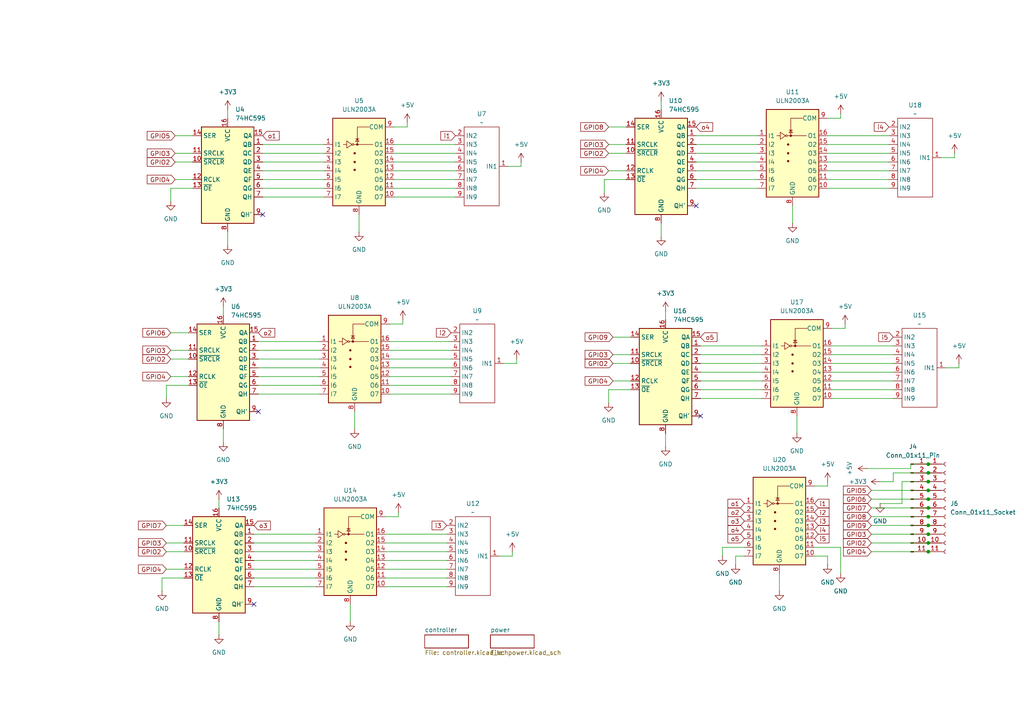
<source format=kicad_sch>
(kicad_sch (version 20231120) (generator "eeschema") (generator_version "8.0")
  (paper "A4")
  (lib_symbols
    (symbol "74xx:74HC595"
      (property "Reference" "U" (at -7.62 13.97 0))
      (property "Value" "74HC595" (at -7.62 -16.51 0))
      (symbol "74HC595_1_0"
        (pin tri_state line (at 10.16 7.62 180) (length 2.54) (name "QB") (number "1"))
        (pin input line (at -10.16 2.54 0) (length 2.54) (name "~{SRCLR}") (number "10"))
        (pin input line (at -10.16 5.08 0) (length 2.54) (name "SRCLK") (number "11"))
        (pin input line (at -10.16 -2.54 0) (length 2.54) (name "RCLK") (number "12"))
        (pin input line (at -10.16 -5.08 0) (length 2.54) (name "~{OE}") (number "13"))
        (pin input line (at -10.16 10.16 0) (length 2.54) (name "SER") (number "14"))
        (pin tri_state line (at 10.16 10.16 180) (length 2.54) (name "QA") (number "15"))
        (pin power_in line (at 0 15.24 270) (length 2.54) (name "VCC") (number "16"))
        (pin tri_state line (at 10.16 5.08 180) (length 2.54) (name "QC") (number "2"))
        (pin tri_state line (at 10.16 2.54 180) (length 2.54) (name "QD") (number "3"))
        (pin tri_state line (at 10.16 0 180) (length 2.54) (name "QE") (number "4"))
        (pin tri_state line (at 10.16 -2.54 180) (length 2.54) (name "QF") (number "5"))
        (pin tri_state line (at 10.16 -5.08 180) (length 2.54) (name "QG") (number "6"))
        (pin tri_state line (at 10.16 -7.62 180) (length 2.54) (name "QH") (number "7"))
        (pin power_in line (at 0 -17.78 90) (length 2.54) (name "GND") (number "8"))
        (pin output line (at 10.16 -12.7 180) (length 2.54) (name "QH'") (number "9"))
      )
      (symbol "74HC595_1_1"
        (rectangle (start -7.62 12.7) (end 7.62 -15.24) (stroke (width 0.254)) (fill (type background)))
      )
    )
    (symbol "Connector:Conn_01x11_Pin" (pin_names (offset 1.016) hide)
      (property "Reference" "J" (at 0 15.24 0))
      (property "Value" "Conn_01x11_Pin" (at 0 -15.24 0))
      (symbol "Conn_01x11_Pin_1_1"
        (polyline (pts (xy 1.27 -12.7) (xy 0.8636 -12.7)) (stroke (width 0.1524)))
        (polyline (pts (xy 1.27 -10.16) (xy 0.8636 -10.16)) (stroke (width 0.1524)))
        (polyline (pts (xy 1.27 -7.62) (xy 0.8636 -7.62)) (stroke (width 0.1524)))
        (polyline (pts (xy 1.27 -5.08) (xy 0.8636 -5.08)) (stroke (width 0.1524)))
        (polyline (pts (xy 1.27 -2.54) (xy 0.8636 -2.54)) (stroke (width 0.1524)))
        (polyline (pts (xy 1.27 0) (xy 0.8636 0)) (stroke (width 0.1524)))
        (polyline (pts (xy 1.27 2.54) (xy 0.8636 2.54)) (stroke (width 0.1524)))
        (polyline (pts (xy 1.27 5.08) (xy 0.8636 5.08)) (stroke (width 0.1524)))
        (polyline (pts (xy 1.27 7.62) (xy 0.8636 7.62)) (stroke (width 0.1524)))
        (polyline (pts (xy 1.27 10.16) (xy 0.8636 10.16)) (stroke (width 0.1524)))
        (polyline (pts (xy 1.27 12.7) (xy 0.8636 12.7)) (stroke (width 0.1524)))
        (rectangle (start 0.8636 -12.573) (end 0 -12.827) (stroke (width 0.1524)) (fill (type outline)))
        (rectangle (start 0.8636 -10.033) (end 0 -10.287) (stroke (width 0.1524)) (fill (type outline)))
        (rectangle (start 0.8636 -7.493) (end 0 -7.747) (stroke (width 0.1524)) (fill (type outline)))
        (rectangle (start 0.8636 -4.953) (end 0 -5.207) (stroke (width 0.1524)) (fill (type outline)))
        (rectangle (start 0.8636 -2.413) (end 0 -2.667) (stroke (width 0.1524)) (fill (type outline)))
        (rectangle (start 0.8636 0.127) (end 0 -0.127) (stroke (width 0.1524)) (fill (type outline)))
        (rectangle (start 0.8636 2.667) (end 0 2.413) (stroke (width 0.1524)) (fill (type outline)))
        (rectangle (start 0.8636 5.207) (end 0 4.953) (stroke (width 0.1524)) (fill (type outline)))
        (rectangle (start 0.8636 7.747) (end 0 7.493) (stroke (width 0.1524)) (fill (type outline)))
        (rectangle (start 0.8636 10.287) (end 0 10.033) (stroke (width 0.1524)) (fill (type outline)))
        (rectangle (start 0.8636 12.827) (end 0 12.573) (stroke (width 0.1524)) (fill (type outline)))
        (pin passive line (at 5.08 12.7 180) (length 3.81) (name "Pin_1") (number "1"))
        (pin passive line (at 5.08 -10.16 180) (length 3.81) (name "Pin_10") (number "10"))
        (pin passive line (at 5.08 -12.7 180) (length 3.81) (name "Pin_11") (number "11"))
        (pin passive line (at 5.08 10.16 180) (length 3.81) (name "Pin_2") (number "2"))
        (pin passive line (at 5.08 7.62 180) (length 3.81) (name "Pin_3") (number "3"))
        (pin passive line (at 5.08 5.08 180) (length 3.81) (name "Pin_4") (number "4"))
        (pin passive line (at 5.08 2.54 180) (length 3.81) (name "Pin_5") (number "5"))
        (pin passive line (at 5.08 0 180) (length 3.81) (name "Pin_6") (number "6"))
        (pin passive line (at 5.08 -2.54 180) (length 3.81) (name "Pin_7") (number "7"))
        (pin passive line (at 5.08 -5.08 180) (length 3.81) (name "Pin_8") (number "8"))
        (pin passive line (at 5.08 -7.62 180) (length 3.81) (name "Pin_9") (number "9"))
      )
    )
    (symbol "Connector:Conn_01x11_Socket" (pin_names (offset 1.016) hide)
      (property "Reference" "J" (at 0 15.24 0))
      (property "Value" "Conn_01x11_Socket" (at 0 -15.24 0))
      (symbol "Conn_01x11_Socket_1_1"
        (arc (start 0 -12.192) (mid -0.5058 -12.7) (end 0 -13.208) (stroke (width 0.1524)))
        (arc (start 0 -9.652) (mid -0.5058 -10.16) (end 0 -10.668) (stroke (width 0.1524)))
        (arc (start 0 -7.112) (mid -0.5058 -7.62) (end 0 -8.128) (stroke (width 0.1524)))
        (arc (start 0 -4.572) (mid -0.5058 -5.08) (end 0 -5.588) (stroke (width 0.1524)))
        (arc (start 0 -2.032) (mid -0.5058 -2.54) (end 0 -3.048) (stroke (width 0.1524)))
        (polyline (pts (xy -1.27 -12.7) (xy -0.508 -12.7)) (stroke (width 0.1524)))
        (polyline (pts (xy -1.27 -10.16) (xy -0.508 -10.16)) (stroke (width 0.1524)))
        (polyline (pts (xy -1.27 -7.62) (xy -0.508 -7.62)) (stroke (width 0.1524)))
        (polyline (pts (xy -1.27 -5.08) (xy -0.508 -5.08)) (stroke (width 0.1524)))
        (polyline (pts (xy -1.27 -2.54) (xy -0.508 -2.54)) (stroke (width 0.1524)))
        (polyline (pts (xy -1.27 0) (xy -0.508 0)) (stroke (width 0.1524)))
        (polyline (pts (xy -1.27 2.54) (xy -0.508 2.54)) (stroke (width 0.1524)))
        (polyline (pts (xy -1.27 5.08) (xy -0.508 5.08)) (stroke (width 0.1524)))
        (polyline (pts (xy -1.27 7.62) (xy -0.508 7.62)) (stroke (width 0.1524)))
        (polyline (pts (xy -1.27 10.16) (xy -0.508 10.16)) (stroke (width 0.1524)))
        (polyline (pts (xy -1.27 12.7) (xy -0.508 12.7)) (stroke (width 0.1524)))
        (arc (start 0 0.508) (mid -0.5058 0) (end 0 -0.508) (stroke (width 0.1524)))
        (arc (start 0 3.048) (mid -0.5058 2.54) (end 0 2.032) (stroke (width 0.1524)))
        (arc (start 0 5.588) (mid -0.5058 5.08) (end 0 4.572) (stroke (width 0.1524)))
        (arc (start 0 8.128) (mid -0.5058 7.62) (end 0 7.112) (stroke (width 0.1524)))
        (arc (start 0 10.668) (mid -0.5058 10.16) (end 0 9.652) (stroke (width 0.1524)))
        (arc (start 0 13.208) (mid -0.5058 12.7) (end 0 12.192) (stroke (width 0.1524)))
        (pin passive line (at -5.08 12.7 0) (length 3.81) (name "Pin_1") (number "1"))
        (pin passive line (at -5.08 -10.16 0) (length 3.81) (name "Pin_10") (number "10"))
        (pin passive line (at -5.08 -12.7 0) (length 3.81) (name "Pin_11") (number "11"))
        (pin passive line (at -5.08 10.16 0) (length 3.81) (name "Pin_2") (number "2"))
        (pin passive line (at -5.08 7.62 0) (length 3.81) (name "Pin_3") (number "3"))
        (pin passive line (at -5.08 5.08 0) (length 3.81) (name "Pin_4") (number "4"))
        (pin passive line (at -5.08 2.54 0) (length 3.81) (name "Pin_5") (number "5"))
        (pin passive line (at -5.08 0 0) (length 3.81) (name "Pin_6") (number "6"))
        (pin passive line (at -5.08 -2.54 0) (length 3.81) (name "Pin_7") (number "7"))
        (pin passive line (at -5.08 -5.08 0) (length 3.81) (name "Pin_8") (number "8"))
        (pin passive line (at -5.08 -7.62 0) (length 3.81) (name "Pin_9") (number "9"))
      )
    )
    (symbol "IV-9_1"
      (property "Reference" "U" (at 0 0 0))
      (symbol "IV-9_1_0_1"
        (rectangle (start -3.81 11.43) (end 6.35 -11.43))
      )
      (symbol "IV-9_1_1_1"
        (pin power_in line (at 8.89 0 180) (length 2.54) (name "IN1") (number "1"))
        (pin open_collector line (at -6.35 8.89 0) (length 2.54) (name "IN2") (number "2"))
        (pin open_collector line (at -6.35 6.35 0) (length 2.54) (name "IN3") (number "3"))
        (pin open_collector line (at -6.35 3.81 0) (length 2.54) (name "IN4") (number "4"))
        (pin open_collector line (at -6.35 1.27 0) (length 2.54) (name "IN5") (number "5"))
        (pin open_collector line (at -6.35 -1.27 0) (length 2.54) (name "IN6") (number "6"))
        (pin open_collector line (at -6.35 -3.81 0) (length 2.54) (name "IN7") (number "7"))
        (pin open_collector line (at -6.35 -6.35 0) (length 2.54) (name "IN8") (number "8"))
        (pin open_collector line (at -6.35 -8.89 0) (length 2.54) (name "IN9") (number "9"))
      )
    )
    (symbol "IV-9_2"
      (property "Reference" "U" (at 0 0 0))
      (symbol "IV-9_2_0_1"
        (rectangle (start -3.81 11.43) (end 6.35 -11.43))
      )
      (symbol "IV-9_2_1_1"
        (pin power_in line (at 8.89 0 180) (length 2.54) (name "IN1") (number "1"))
        (pin open_collector line (at -6.35 8.89 0) (length 2.54) (name "IN2") (number "2"))
        (pin open_collector line (at -6.35 6.35 0) (length 2.54) (name "IN3") (number "3"))
        (pin open_collector line (at -6.35 3.81 0) (length 2.54) (name "IN4") (number "4"))
        (pin open_collector line (at -6.35 1.27 0) (length 2.54) (name "IN5") (number "5"))
        (pin open_collector line (at -6.35 -1.27 0) (length 2.54) (name "IN6") (number "6"))
        (pin open_collector line (at -6.35 -3.81 0) (length 2.54) (name "IN7") (number "7"))
        (pin open_collector line (at -6.35 -6.35 0) (length 2.54) (name "IN8") (number "8"))
        (pin open_collector line (at -6.35 -8.89 0) (length 2.54) (name "IN9") (number "9"))
      )
    )
    (symbol "IV-9_3"
      (property "Reference" "U" (at 0 0 0))
      (symbol "IV-9_3_0_1"
        (rectangle (start -3.81 11.43) (end 6.35 -11.43))
      )
      (symbol "IV-9_3_1_1"
        (pin power_in line (at 8.89 0 180) (length 2.54) (name "IN1") (number "1"))
        (pin open_collector line (at -6.35 8.89 0) (length 2.54) (name "IN2") (number "2"))
        (pin open_collector line (at -6.35 6.35 0) (length 2.54) (name "IN3") (number "3"))
        (pin open_collector line (at -6.35 3.81 0) (length 2.54) (name "IN4") (number "4"))
        (pin open_collector line (at -6.35 1.27 0) (length 2.54) (name "IN5") (number "5"))
        (pin open_collector line (at -6.35 -1.27 0) (length 2.54) (name "IN6") (number "6"))
        (pin open_collector line (at -6.35 -3.81 0) (length 2.54) (name "IN7") (number "7"))
        (pin open_collector line (at -6.35 -6.35 0) (length 2.54) (name "IN8") (number "8"))
        (pin open_collector line (at -6.35 -8.89 0) (length 2.54) (name "IN9") (number "9"))
      )
    )
    (symbol "IV-9_4"
      (property "Reference" "U" (at 0 0 0))
      (symbol "IV-9_4_0_1"
        (rectangle (start -3.81 11.43) (end 6.35 -11.43))
      )
      (symbol "IV-9_4_1_1"
        (pin power_in line (at 8.89 0 180) (length 2.54) (name "IN1") (number "1"))
        (pin open_collector line (at -6.35 8.89 0) (length 2.54) (name "IN2") (number "2"))
        (pin open_collector line (at -6.35 6.35 0) (length 2.54) (name "IN3") (number "3"))
        (pin open_collector line (at -6.35 3.81 0) (length 2.54) (name "IN4") (number "4"))
        (pin open_collector line (at -6.35 1.27 0) (length 2.54) (name "IN5") (number "5"))
        (pin open_collector line (at -6.35 -1.27 0) (length 2.54) (name "IN6") (number "6"))
        (pin open_collector line (at -6.35 -3.81 0) (length 2.54) (name "IN7") (number "7"))
        (pin open_collector line (at -6.35 -6.35 0) (length 2.54) (name "IN8") (number "8"))
        (pin open_collector line (at -6.35 -8.89 0) (length 2.54) (name "IN9") (number "9"))
      )
    )
    (symbol "Transistor_Array:ULN2003A"
      (property "Reference" "U" (at 0 15.875 0))
      (property "Value" "ULN2003A" (at 0 13.97 0))
      (symbol "ULN2003A_0_1"
        (rectangle (start -7.62 -12.7) (end 7.62 12.7) (stroke (width 0.254)) (fill (type background)))
        (circle (center -1.778 5.08) (radius 0.254))
        (circle (center -1.27 -2.286) (radius 0.254) (fill (type outline)))
        (circle (center -1.27 0) (radius 0.254) (fill (type outline)))
        (circle (center -1.27 2.54) (radius 0.254) (fill (type outline)))
        (circle (center -0.508 5.08) (radius 0.254) (fill (type outline)))
        (polyline (pts (xy -4.572 5.08) (xy -3.556 5.08)))
        (polyline (pts (xy -1.524 5.08) (xy 4.064 5.08)))
        (polyline (pts (xy 0 6.731) (xy -1.016 6.731)))
        (polyline (pts (xy -0.508 5.08) (xy -0.508 10.16) (xy 2.921 10.16)))
        (polyline (pts (xy -3.556 6.096) (xy -3.556 4.064) (xy -2.032 5.08) (xy -3.556 6.096)))
        (polyline (pts (xy 0 5.969) (xy -1.016 5.969) (xy -0.508 6.731) (xy 0 5.969)))
      )
      (symbol "ULN2003A_1_1"
        (pin input line (at -10.16 5.08 0) (length 2.54) (name "I1") (number "1"))
        (pin open_collector line (at 10.16 -10.16 180) (length 2.54) (name "O7") (number "10"))
        (pin open_collector line (at 10.16 -7.62 180) (length 2.54) (name "O6") (number "11"))
        (pin open_collector line (at 10.16 -5.08 180) (length 2.54) (name "O5") (number "12"))
        (pin open_collector line (at 10.16 -2.54 180) (length 2.54) (name "O4") (number "13"))
        (pin open_collector line (at 10.16 0 180) (length 2.54) (name "O3") (number "14"))
        (pin open_collector line (at 10.16 2.54 180) (length 2.54) (name "O2") (number "15"))
        (pin open_collector line (at 10.16 5.08 180) (length 2.54) (name "O1") (number "16"))
        (pin input line (at -10.16 2.54 0) (length 2.54) (name "I2") (number "2"))
        (pin input line (at -10.16 0 0) (length 2.54) (name "I3") (number "3"))
        (pin input line (at -10.16 -2.54 0) (length 2.54) (name "I4") (number "4"))
        (pin input line (at -10.16 -5.08 0) (length 2.54) (name "I5") (number "5"))
        (pin input line (at -10.16 -7.62 0) (length 2.54) (name "I6") (number "6"))
        (pin input line (at -10.16 -10.16 0) (length 2.54) (name "I7") (number "7"))
        (pin power_in line (at 0 -15.24 90) (length 2.54) (name "GND") (number "8"))
        (pin passive line (at 10.16 10.16 180) (length 2.54) (name "COM") (number "9"))
      )
    )
    (symbol "Tube:IV-9"
      (property "Reference" "U" (at 0 0 0))
      (symbol "IV-9_0_1"
        (rectangle (start -3.81 11.43) (end 6.35 -11.43))
      )
      (symbol "IV-9_1_1"
        (pin power_in line (at 8.89 0 180) (length 2.54) (name "IN1") (number "1"))
        (pin open_collector line (at -6.35 8.89 0) (length 2.54) (name "IN2") (number "2"))
        (pin open_collector line (at -6.35 6.35 0) (length 2.54) (name "IN3") (number "3"))
        (pin open_collector line (at -6.35 3.81 0) (length 2.54) (name "IN4") (number "4"))
        (pin open_collector line (at -6.35 1.27 0) (length 2.54) (name "IN5") (number "5"))
        (pin open_collector line (at -6.35 -1.27 0) (length 2.54) (name "IN6") (number "6"))
        (pin open_collector line (at -6.35 -3.81 0) (length 2.54) (name "IN7") (number "7"))
        (pin open_collector line (at -6.35 -6.35 0) (length 2.54) (name "IN8") (number "8"))
        (pin open_collector line (at -6.35 -8.89 0) (length 2.54) (name "IN9") (number "9"))
      )
    )
    (symbol "power:+3V3" (power) (pin_numbers hide) (pin_names (offset 0) hide)
      (property "Value" "+3V3" (at 0 3.556 0))
      (symbol "+3V3_0_1"
        (polyline (pts (xy -0.762 1.27) (xy 0 2.54)))
        (polyline (pts (xy 0 0) (xy 0 2.54)))
        (polyline (pts (xy 0 2.54) (xy 0.762 1.27)))
      )
      (symbol "+3V3_1_1"
        (pin power_in line (at 0 0 90) (length 0) (name "~") (number "1"))
      )
    )
    (symbol "power:+5V" (power) (pin_numbers hide) (pin_names (offset 0) hide)
      (property "Value" "+5V" (at 0 3.556 0))
      (symbol "+5V_0_1"
        (polyline (pts (xy -0.762 1.27) (xy 0 2.54)))
        (polyline (pts (xy 0 0) (xy 0 2.54)))
        (polyline (pts (xy 0 2.54) (xy 0.762 1.27)))
      )
      (symbol "+5V_1_1"
        (pin power_in line (at 0 0 90) (length 0) (name "~") (number "1"))
      )
    )
    (symbol "power:GND" (power) (pin_numbers hide) (pin_names (offset 0) hide)
      (property "Value" "GND" (at 0 -3.81 0))
      (symbol "GND_0_1"
        (polyline (pts (xy 0 0) (xy 0 -1.27) (xy 1.27 -1.27) (xy 0 -2.54) (xy -1.27 -1.27) (xy 0 -1.27)))
      )
      (symbol "GND_1_1"
        (pin power_in line (at 0 0 270) (length 0) (name "~") (number "1"))
      )
    )
  )
  (junction (at 269.24 147.32))
  (junction (at 269.24 144.78))
  (junction (at 269.24 160.02))
  (junction (at 269.24 134.62))
  (junction (at 269.24 149.86))
  (junction (at 269.24 152.4))
  (junction (at 269.24 157.48))
  (junction (at 269.24 154.94))
  (junction (at 269.24 137.16))
  (junction (at 269.24 142.24))
  (junction (at 269.24 139.7))
  (no_connect (at 73.66 175.26))
  (no_connect (at 201.93 59.69))
  (no_connect (at 203.2 120.65))
  (no_connect (at 74.93 119.38))
  (no_connect (at 76.2 62.23))
  (wire (pts (xy 111.76 149.86) (xy 115.57 149.86)))
  (wire (pts (xy 176.53 49.53) (xy 181.61 49.53)))
  (wire (pts (xy 73.66 165.1) (xy 91.44 165.1)))
  (wire (pts (xy 176.53 116.84) (xy 176.53 113.03)))
  (wire (pts (xy 49.53 96.52) (xy 54.61 96.52)))
  (wire (pts (xy 114.3 54.61) (xy 132.08 54.61)))
  (wire (pts (xy 114.3 46.99) (xy 132.08 46.99)))
  (wire (pts (xy 46.99 167.64) (xy 53.34 167.64)))
  (wire (pts (xy 201.93 41.91) (xy 219.71 41.91)))
  (wire (pts (xy 236.22 140.97) (xy 240.03 140.97)))
  (wire (pts (xy 201.93 49.53) (xy 219.71 49.53)))
  (wire (pts (xy 193.04 125.73) (xy 193.04 129.54)))
  (wire (pts (xy 252.73 160.02) (xy 269.24 160.02)))
  (wire (pts (xy 240.03 46.99) (xy 257.81 46.99)))
  (wire (pts (xy 49.53 54.61) (xy 55.88 54.61)))
  (wire (pts (xy 113.03 114.3) (xy 130.81 114.3)))
  (wire (pts (xy 111.76 167.64) (xy 129.54 167.64)))
  (wire (pts (xy 175.26 52.07) (xy 181.61 52.07)))
  (wire (pts (xy 147.32 48.26) (xy 151.13 48.26)))
  (wire (pts (xy 241.3 115.57) (xy 259.08 115.57)))
  (wire (pts (xy 50.8 39.37) (xy 55.88 39.37)))
  (wire (pts (xy 111.76 165.1) (xy 129.54 165.1)))
  (wire (pts (xy 229.87 59.69) (xy 229.87 64.77)))
  (wire (pts (xy 241.3 105.41) (xy 259.08 105.41)))
  (wire (pts (xy 264.16 135.89) (xy 264.16 134.62)))
  (wire (pts (xy 48.26 160.02) (xy 53.34 160.02)))
  (wire (pts (xy 76.2 54.61) (xy 93.98 54.61)))
  (wire (pts (xy 236.22 161.29) (xy 240.03 161.29)))
  (wire (pts (xy 261.62 146.05) (xy 255.27 146.05)))
  (wire (pts (xy 203.2 100.33) (xy 220.98 100.33)))
  (wire (pts (xy 191.77 64.77) (xy 191.77 68.58)))
  (wire (pts (xy 261.62 139.7) (xy 269.24 139.7)))
  (wire (pts (xy 203.2 102.87) (xy 220.98 102.87)))
  (wire (pts (xy 177.8 102.87) (xy 182.88 102.87)))
  (wire (pts (xy 245.11 95.25) (xy 245.11 93.98)))
  (wire (pts (xy 264.16 134.62) (xy 269.24 134.62)))
  (wire (pts (xy 241.3 100.33) (xy 259.08 100.33)))
  (wire (pts (xy 74.93 106.68) (xy 92.71 106.68)))
  (wire (pts (xy 114.3 36.83) (xy 118.11 36.83)))
  (wire (pts (xy 113.03 104.14) (xy 130.81 104.14)))
  (wire (pts (xy 48.26 152.4) (xy 53.34 152.4)))
  (wire (pts (xy 252.73 157.48) (xy 269.24 157.48)))
  (wire (pts (xy 176.53 113.03) (xy 182.88 113.03)))
  (wire (pts (xy 240.03 54.61) (xy 257.81 54.61)))
  (wire (pts (xy 241.3 95.25) (xy 245.11 95.25)))
  (wire (pts (xy 48.26 115.57) (xy 48.26 111.76)))
  (wire (pts (xy 50.8 52.07) (xy 55.88 52.07)))
  (wire (pts (xy 73.66 160.02) (xy 91.44 160.02)))
  (wire (pts (xy 243.84 158.75) (xy 243.84 166.37)))
  (wire (pts (xy 241.3 110.49) (xy 259.08 110.49)))
  (wire (pts (xy 177.8 97.79) (xy 182.88 97.79)))
  (wire (pts (xy 76.2 41.91) (xy 93.98 41.91)))
  (wire (pts (xy 240.03 39.37) (xy 257.81 39.37)))
  (wire (pts (xy 76.2 52.07) (xy 93.98 52.07)))
  (wire (pts (xy 177.8 105.41) (xy 182.88 105.41)))
  (wire (pts (xy 191.77 29.21) (xy 191.77 31.75)))
  (wire (pts (xy 209.55 158.75) (xy 215.9 158.75)))
  (wire (pts (xy 240.03 161.29) (xy 240.03 163.83)))
  (wire (pts (xy 49.53 101.6) (xy 54.61 101.6)))
  (wire (pts (xy 201.93 54.61) (xy 219.71 54.61)))
  (wire (pts (xy 111.76 162.56) (xy 129.54 162.56)))
  (wire (pts (xy 240.03 34.29) (xy 243.84 34.29)))
  (wire (pts (xy 231.14 120.65) (xy 231.14 125.73)))
  (wire (pts (xy 48.26 165.1) (xy 53.34 165.1)))
  (wire (pts (xy 201.93 44.45) (xy 219.71 44.45)))
  (wire (pts (xy 259.08 139.7) (xy 259.08 137.16)))
  (wire (pts (xy 146.05 105.41) (xy 149.86 105.41)))
  (wire (pts (xy 193.04 90.17) (xy 193.04 92.71)))
  (wire (pts (xy 50.8 44.45) (xy 55.88 44.45)))
  (wire (pts (xy 48.26 111.76) (xy 54.61 111.76)))
  (wire (pts (xy 66.04 67.31) (xy 66.04 71.12)))
  (wire (pts (xy 203.2 110.49) (xy 220.98 110.49)))
  (wire (pts (xy 76.2 49.53) (xy 93.98 49.53)))
  (wire (pts (xy 116.84 93.98) (xy 116.84 92.71)))
  (wire (pts (xy 114.3 52.07) (xy 132.08 52.07)))
  (wire (pts (xy 252.73 144.78) (xy 269.24 144.78)))
  (wire (pts (xy 176.53 36.83) (xy 181.61 36.83)))
  (wire (pts (xy 240.03 140.97) (xy 240.03 139.7)))
  (wire (pts (xy 276.86 45.72) (xy 276.86 44.45)))
  (wire (pts (xy 241.3 102.87) (xy 259.08 102.87)))
  (wire (pts (xy 203.2 107.95) (xy 220.98 107.95)))
  (wire (pts (xy 111.76 157.48) (xy 129.54 157.48)))
  (wire (pts (xy 252.73 154.94) (xy 269.24 154.94)))
  (wire (pts (xy 74.93 109.22) (xy 92.71 109.22)))
  (wire (pts (xy 203.2 105.41) (xy 220.98 105.41)))
  (wire (pts (xy 240.03 44.45) (xy 257.81 44.45)))
  (wire (pts (xy 240.03 52.07) (xy 257.81 52.07)))
  (wire (pts (xy 252.73 152.4) (xy 269.24 152.4)))
  (wire (pts (xy 261.62 139.7) (xy 261.62 146.05)))
  (wire (pts (xy 113.03 101.6) (xy 130.81 101.6)))
  (wire (pts (xy 113.03 93.98) (xy 116.84 93.98)))
  (wire (pts (xy 144.78 161.29) (xy 148.59 161.29)))
  (wire (pts (xy 114.3 49.53) (xy 132.08 49.53)))
  (wire (pts (xy 74.93 101.6) (xy 92.71 101.6)))
  (wire (pts (xy 149.86 105.41) (xy 149.86 104.14)))
  (wire (pts (xy 203.2 113.03) (xy 220.98 113.03)))
  (wire (pts (xy 148.59 161.29) (xy 148.59 160.02)))
  (wire (pts (xy 73.66 170.18) (xy 91.44 170.18)))
  (wire (pts (xy 111.76 154.94) (xy 129.54 154.94)))
  (wire (pts (xy 118.11 36.83) (xy 118.11 35.56)))
  (wire (pts (xy 101.6 175.26) (xy 101.6 180.34)))
  (wire (pts (xy 252.73 147.32) (xy 269.24 147.32)))
  (wire (pts (xy 241.3 113.03) (xy 259.08 113.03)))
  (wire (pts (xy 243.84 34.29) (xy 243.84 33.02)))
  (wire (pts (xy 113.03 111.76) (xy 130.81 111.76)))
  (wire (pts (xy 273.05 45.72) (xy 276.86 45.72)))
  (wire (pts (xy 113.03 99.06) (xy 130.81 99.06)))
  (wire (pts (xy 66.04 31.75) (xy 66.04 34.29)))
  (wire (pts (xy 73.66 167.64) (xy 91.44 167.64)))
  (wire (pts (xy 213.36 161.29) (xy 215.9 161.29)))
  (wire (pts (xy 64.77 88.9) (xy 64.77 91.44)))
  (wire (pts (xy 63.5 180.34) (xy 63.5 184.15)))
  (wire (pts (xy 274.32 106.68) (xy 278.13 106.68)))
  (wire (pts (xy 76.2 44.45) (xy 93.98 44.45)))
  (wire (pts (xy 49.53 104.14) (xy 54.61 104.14)))
  (wire (pts (xy 104.14 62.23) (xy 104.14 67.31)))
  (wire (pts (xy 201.93 46.99) (xy 219.71 46.99)))
  (wire (pts (xy 240.03 49.53) (xy 257.81 49.53)))
  (wire (pts (xy 213.36 163.83) (xy 213.36 161.29)))
  (wire (pts (xy 177.8 110.49) (xy 182.88 110.49)))
  (wire (pts (xy 113.03 106.68) (xy 130.81 106.68)))
  (wire (pts (xy 49.53 58.42) (xy 49.53 54.61)))
  (wire (pts (xy 114.3 41.91) (xy 132.08 41.91)))
  (wire (pts (xy 48.26 157.48) (xy 53.34 157.48)))
  (wire (pts (xy 74.93 99.06) (xy 92.71 99.06)))
  (wire (pts (xy 115.57 149.86) (xy 115.57 148.59)))
  (wire (pts (xy 102.87 119.38) (xy 102.87 124.46)))
  (wire (pts (xy 201.93 39.37) (xy 219.71 39.37)))
  (wire (pts (xy 251.46 135.89) (xy 264.16 135.89)))
  (wire (pts (xy 241.3 107.95) (xy 259.08 107.95)))
  (wire (pts (xy 76.2 46.99) (xy 93.98 46.99)))
  (wire (pts (xy 74.93 104.14) (xy 92.71 104.14)))
  (wire (pts (xy 252.73 142.24) (xy 269.24 142.24)))
  (wire (pts (xy 73.66 157.48) (xy 91.44 157.48)))
  (wire (pts (xy 63.5 144.78) (xy 63.5 147.32)))
  (wire (pts (xy 203.2 115.57) (xy 220.98 115.57)))
  (wire (pts (xy 114.3 57.15) (xy 132.08 57.15)))
  (wire (pts (xy 114.3 44.45) (xy 132.08 44.45)))
  (wire (pts (xy 226.06 166.37) (xy 226.06 171.45)))
  (wire (pts (xy 111.76 170.18) (xy 129.54 170.18)))
  (wire (pts (xy 176.53 41.91) (xy 181.61 41.91)))
  (wire (pts (xy 73.66 154.94) (xy 91.44 154.94)))
  (wire (pts (xy 259.08 137.16) (xy 269.24 137.16)))
  (wire (pts (xy 73.66 162.56) (xy 91.44 162.56)))
  (wire (pts (xy 151.13 48.26) (xy 151.13 46.99)))
  (wire (pts (xy 255.27 139.7) (xy 259.08 139.7)))
  (wire (pts (xy 74.93 111.76) (xy 92.71 111.76)))
  (wire (pts (xy 113.03 109.22) (xy 130.81 109.22)))
  (wire (pts (xy 236.22 158.75) (xy 243.84 158.75)))
  (wire (pts (xy 49.53 109.22) (xy 54.61 109.22)))
  (wire (pts (xy 50.8 46.99) (xy 55.88 46.99)))
  (wire (pts (xy 201.93 52.07) (xy 219.71 52.07)))
  (wire (pts (xy 176.53 44.45) (xy 181.61 44.45)))
  (wire (pts (xy 76.2 57.15) (xy 93.98 57.15)))
  (wire (pts (xy 111.76 160.02) (xy 129.54 160.02)))
  (wire (pts (xy 74.93 114.3) (xy 92.71 114.3)))
  (wire (pts (xy 278.13 106.68) (xy 278.13 105.41)))
  (wire (pts (xy 64.77 124.46) (xy 64.77 128.27)))
  (wire (pts (xy 175.26 55.88) (xy 175.26 52.07)))
  (wire (pts (xy 46.99 171.45) (xy 46.99 167.64)))
  (wire (pts (xy 252.73 149.86) (xy 269.24 149.86)))
  (wire (pts (xy 240.03 41.91) (xy 257.81 41.91)))
  (wire (pts (xy 209.55 161.29) (xy 209.55 158.75)))
  (global_label "o3" (shape input) (at 215.9 151.13 180) (property "Intersheetrefs" "${INTERSHEET_REFS}" (effects (hide yes))))
  (global_label "GPIO9" (shape input) (at 252.73 152.4 180) (property "Intersheetrefs" "${INTERSHEET_REFS}" (effects (hide yes))))
  (global_label "GPIO5" (shape input) (at 252.73 142.24 180) (property "Intersheetrefs" "${INTERSHEET_REFS}" (effects (hide yes))))
  (global_label "i1" (shape input) (at 132.08 39.37 180) (property "Intersheetrefs" "${INTERSHEET_REFS}" (effects (hide yes))))
  (global_label "GPIO2" (shape input) (at 176.53 44.45 180) (property "Intersheetrefs" "${INTERSHEET_REFS}" (effects (hide yes))))
  (global_label "i1" (shape input) (at 236.22 146.05 0) (property "Intersheetrefs" "${INTERSHEET_REFS}" (effects (hide yes))))
  (global_label "o2" (shape input) (at 74.93 96.52 0) (property "Intersheetrefs" "${INTERSHEET_REFS}" (effects (hide yes))))
  (global_label "GPIO4" (shape input) (at 50.8 52.07 180) (property "Intersheetrefs" "${INTERSHEET_REFS}" (effects (hide yes))))
  (global_label "i4" (shape input) (at 257.81 36.83 180) (property "Intersheetrefs" "${INTERSHEET_REFS}" (effects (hide yes))))
  (global_label "o3" (shape input) (at 73.66 152.4 0) (property "Intersheetrefs" "${INTERSHEET_REFS}" (effects (hide yes))))
  (global_label "i2" (shape input) (at 236.22 148.59 0) (property "Intersheetrefs" "${INTERSHEET_REFS}" (effects (hide yes))))
  (global_label "GPIO2" (shape input) (at 49.53 104.14 180) (property "Intersheetrefs" "${INTERSHEET_REFS}" (effects (hide yes))))
  (global_label "GPIO7" (shape input) (at 252.73 147.32 180) (property "Intersheetrefs" "${INTERSHEET_REFS}" (effects (hide yes))))
  (global_label "i3" (shape input) (at 236.22 151.13 0) (property "Intersheetrefs" "${INTERSHEET_REFS}" (effects (hide yes))))
  (global_label "GPIO6" (shape input) (at 49.53 96.52 180) (property "Intersheetrefs" "${INTERSHEET_REFS}" (effects (hide yes))))
  (global_label "GPIO2" (shape input) (at 48.26 160.02 180) (property "Intersheetrefs" "${INTERSHEET_REFS}" (effects (hide yes))))
  (global_label "GPIO2" (shape input) (at 252.73 157.48 180) (property "Intersheetrefs" "${INTERSHEET_REFS}" (effects (hide yes))))
  (global_label "GPIO3" (shape input) (at 48.26 157.48 180) (property "Intersheetrefs" "${INTERSHEET_REFS}" (effects (hide yes))))
  (global_label "o1" (shape input) (at 215.9 146.05 180) (property "Intersheetrefs" "${INTERSHEET_REFS}" (effects (hide yes))))
  (global_label "i5" (shape input) (at 259.08 97.79 180) (property "Intersheetrefs" "${INTERSHEET_REFS}" (effects (hide yes))))
  (global_label "GPIO4" (shape input) (at 48.26 165.1 180) (property "Intersheetrefs" "${INTERSHEET_REFS}" (effects (hide yes))))
  (global_label "i5" (shape input) (at 236.22 156.21 0) (property "Intersheetrefs" "${INTERSHEET_REFS}" (effects (hide yes))))
  (global_label "GPIO7" (shape input) (at 48.26 152.4 180) (property "Intersheetrefs" "${INTERSHEET_REFS}" (effects (hide yes))))
  (global_label "o5" (shape input) (at 215.9 156.21 180) (property "Intersheetrefs" "${INTERSHEET_REFS}" (effects (hide yes))))
  (global_label "GPIO3" (shape input) (at 50.8 44.45 180) (property "Intersheetrefs" "${INTERSHEET_REFS}" (effects (hide yes))))
  (global_label "o4" (shape input) (at 201.93 36.83 0) (property "Intersheetrefs" "${INTERSHEET_REFS}" (effects (hide yes))))
  (global_label "GPIO4" (shape input) (at 176.53 49.53 180) (property "Intersheetrefs" "${INTERSHEET_REFS}" (effects (hide yes))))
  (global_label "GPIO3" (shape input) (at 49.53 101.6 180) (property "Intersheetrefs" "${INTERSHEET_REFS}" (effects (hide yes))))
  (global_label "GPIO9" (shape input) (at 177.8 97.79 180) (property "Intersheetrefs" "${INTERSHEET_REFS}" (effects (hide yes))))
  (global_label "i4" (shape input) (at 236.22 153.67 0) (property "Intersheetrefs" "${INTERSHEET_REFS}" (effects (hide yes))))
  (global_label "o1" (shape input) (at 76.2 39.37 0) (property "Intersheetrefs" "${INTERSHEET_REFS}" (effects (hide yes))))
  (global_label "GPIO8" (shape input) (at 252.73 149.86 180) (property "Intersheetrefs" "${INTERSHEET_REFS}" (effects (hide yes))))
  (global_label "GPIO3" (shape input) (at 252.73 154.94 180) (property "Intersheetrefs" "${INTERSHEET_REFS}" (effects (hide yes))))
  (global_label "GPIO2" (shape input) (at 50.8 46.99 180) (property "Intersheetrefs" "${INTERSHEET_REFS}" (effects (hide yes))))
  (global_label "GPIO8" (shape input) (at 176.53 36.83 180) (property "Intersheetrefs" "${INTERSHEET_REFS}" (effects (hide yes))))
  (global_label "o2" (shape input) (at 215.9 148.59 180) (property "Intersheetrefs" "${INTERSHEET_REFS}" (effects (hide yes))))
  (global_label "o4" (shape input) (at 215.9 153.67 180) (property "Intersheetrefs" "${INTERSHEET_REFS}" (effects (hide yes))))
  (global_label "GPIO4" (shape input) (at 49.53 109.22 180) (property "Intersheetrefs" "${INTERSHEET_REFS}" (effects (hide yes))))
  (global_label "GPIO5" (shape input) (at 50.8 39.37 180) (property "Intersheetrefs" "${INTERSHEET_REFS}" (effects (hide yes))))
  (global_label "i3" (shape input) (at 129.54 152.4 180) (property "Intersheetrefs" "${INTERSHEET_REFS}" (effects (hide yes))))
  (global_label "o5" (shape input) (at 203.2 97.79 0) (property "Intersheetrefs" "${INTERSHEET_REFS}" (effects (hide yes))))
  (global_label "GPIO3" (shape input) (at 176.53 41.91 180) (property "Intersheetrefs" "${INTERSHEET_REFS}" (effects (hide yes))))
  (global_label "GPIO4" (shape input) (at 177.8 110.49 180) (property "Intersheetrefs" "${INTERSHEET_REFS}" (effects (hide yes))))
  (global_label "i2" (shape input) (at 130.81 96.52 180) (property "Intersheetrefs" "${INTERSHEET_REFS}" (effects (hide yes))))
  (global_label "GPIO2" (shape input) (at 177.8 105.41 180) (property "Intersheetrefs" "${INTERSHEET_REFS}" (effects (hide yes))))
  (global_label "GPIO6" (shape input) (at 252.73 144.78 180) (property "Intersheetrefs" "${INTERSHEET_REFS}" (effects (hide yes))))
  (global_label "GPIO4" (shape input) (at 252.73 160.02 180) (property "Intersheetrefs" "${INTERSHEET_REFS}" (effects (hide yes))))
  (global_label "GPIO3" (shape input) (at 177.8 102.87 180) (property "Intersheetrefs" "${INTERSHEET_REFS}" (effects (hide yes))))
  (symbol (lib_id "power:+5V") (at 240.03 139.7 0) (unit 1)
    (property "Reference" "#PWR067" (effects (hide yes)))
    (property "Value" "+5V" (at 240.03 134.62 0))
    (property "Description" "Power symbol creates a global label with name \"+5V\"" (effects (hide yes)))
  )
  (symbol (lib_id "Transistor_Array:ULN2003A") (at 102.87 104.14 0) (unit 1)
    (property "Reference" "U8" (at 102.87 86.36 0))
    (property "Value" "ULN2003A" (at 102.87 88.9 0))
    (property "Footprint" "Package_SO:SOIC-16_3.9x9.9mm_P1.27mm" (effects (hide yes)))
    (property "Datasheet" "http://www.ti.com/lit/ds/symlink/uln2003a.pdf" (effects (hide yes)))
    (property "Description" "High Voltage, High Current Darlington Transistor Arrays, SOIC16/SOIC16W/DIP16/TSSOP16" (effects (hide yes)))
  )
  (symbol (lib_name "IV-9_1") (lib_id "Tube:IV-9") (at 138.43 48.26 0) (unit 1)
    (property "Reference" "U7" (at 139.7 33.02 0))
    (property "Value" "~" (at 139.7 35.56 0))
    (property "Footprint" "Tube:NUM_IV-9" (effects (hide yes)))
  )
  (symbol (lib_id "power:GND") (at 226.06 171.45 0) (unit 1)
    (property "Reference" "#PWR066" (effects (hide yes)))
    (property "Value" "GND" (at 226.06 176.53 0))
    (property "Description" "Power symbol creates a global label with name \"GND\" , ground" (effects (hide yes)))
  )
  (symbol (lib_id "power:GND") (at 229.87 64.77 0) (unit 1)
    (property "Reference" "#PWR048" (effects (hide yes)))
    (property "Value" "GND" (at 229.87 69.85 0))
    (property "Description" "Power symbol creates a global label with name \"GND\" , ground" (effects (hide yes)))
  )
  (symbol (lib_id "power:GND") (at 49.53 58.42 0) (unit 1)
    (property "Reference" "#PWR058" (effects (hide yes)))
    (property "Value" "GND" (at 49.53 63.5 0))
    (property "Description" "Power symbol creates a global label with name \"GND\" , ground" (effects (hide yes)))
  )
  (symbol (lib_id "power:GND") (at 104.14 67.31 0) (unit 1)
    (property "Reference" "#PWR039" (effects (hide yes)))
    (property "Value" "GND" (at 104.14 72.39 0))
    (property "Description" "Power symbol creates a global label with name \"GND\" , ground" (effects (hide yes)))
  )
  (symbol (lib_id "power:+5V") (at 245.11 93.98 0) (unit 1)
    (property "Reference" "#PWR064" (effects (hide yes)))
    (property "Value" "+5V" (at 245.11 88.9 0))
    (property "Description" "Power symbol creates a global label with name \"+5V\"" (effects (hide yes)))
  )
  (symbol (lib_id "power:GND") (at 48.26 115.57 0) (unit 1)
    (property "Reference" "#PWR037" (effects (hide yes)))
    (property "Value" "GND" (at 48.26 120.65 0))
    (property "Description" "Power symbol creates a global label with name \"GND\" , ground" (effects (hide yes)))
  )
  (symbol (lib_name "IV-9_3") (lib_id "Tube:IV-9") (at 135.89 161.29 0) (unit 1)
    (property "Reference" "U12" (at 137.16 146.05 0))
    (property "Value" "~" (at 137.16 148.59 0))
    (property "Footprint" "Tube:NUM_IV-9" (effects (hide yes)))
  )
  (symbol (lib_id "power:+3V3") (at 64.77 88.9 0) (unit 1)
    (property "Reference" "#PWR038" (effects (hide yes)))
    (property "Value" "+3V3" (at 64.77 83.82 0))
    (property "Description" "Power symbol creates a global label with name \"+3V3\"" (effects (hide yes)))
  )
  (symbol (lib_id "power:+3V3") (at 63.5 144.78 0) (unit 1)
    (property "Reference" "#PWR054" (effects (hide yes)))
    (property "Value" "+3V3" (at 63.5 139.7 0))
    (property "Description" "Power symbol creates a global label with name \"+3V3\"" (effects (hide yes)))
  )
  (symbol (lib_id "Transistor_Array:ULN2003A") (at 101.6 160.02 0) (unit 1)
    (property "Reference" "U14" (at 101.6 142.24 0))
    (property "Value" "ULN2003A" (at 101.6 144.78 0))
    (property "Footprint" "Package_SO:SOIC-16_3.9x9.9mm_P1.27mm" (effects (hide yes)))
    (property "Datasheet" "http://www.ti.com/lit/ds/symlink/uln2003a.pdf" (effects (hide yes)))
    (property "Description" "High Voltage, High Current Darlington Transistor Arrays, SOIC16/SOIC16W/DIP16/TSSOP16" (effects (hide yes)))
  )
  (symbol (lib_id "Transistor_Array:ULN2003A") (at 229.87 44.45 0) (unit 1)
    (property "Reference" "U11" (at 229.87 26.67 0))
    (property "Value" "ULN2003A" (at 229.87 29.21 0))
    (property "Footprint" "Package_SO:SOIC-16_3.9x9.9mm_P1.27mm" (effects (hide yes)))
    (property "Datasheet" "http://www.ti.com/lit/ds/symlink/uln2003a.pdf" (effects (hide yes)))
    (property "Description" "High Voltage, High Current Darlington Transistor Arrays, SOIC16/SOIC16W/DIP16/TSSOP16" (effects (hide yes)))
  )
  (symbol (lib_id "power:GND") (at 64.77 128.27 0) (unit 1)
    (property "Reference" "#PWR040" (effects (hide yes)))
    (property "Value" "GND" (at 64.77 133.35 0))
    (property "Description" "Power symbol creates a global label with name \"GND\" , ground" (effects (hide yes)))
  )
  (symbol (lib_id "74xx:74HC595") (at 193.04 107.95 0) (unit 1)
    (property "Reference" "U16" (at 195.2341 90.17 0) (effects (justify left)))
    (property "Value" "74HC595" (at 195.2341 92.71 0) (effects (justify left)))
    (property "Footprint" "Package_SO:SOIC-16_3.9x9.9mm_P1.27mm" (effects (hide yes)))
    (property "Datasheet" "http://www.ti.com/lit/ds/symlink/sn74hc595.pdf" (effects (hide yes)))
    (property "Description" "8-bit serial in/out Shift Register 3-State Outputs" (effects (hide yes)))
  )
  (symbol (lib_id "74xx:74HC595") (at 63.5 162.56 0) (unit 1)
    (property "Reference" "U13" (at 65.6941 144.78 0) (effects (justify left)))
    (property "Value" "74HC595" (at 65.6941 147.32 0) (effects (justify left)))
    (property "Footprint" "Package_SO:SOIC-16_3.9x9.9mm_P1.27mm" (effects (hide yes)))
    (property "Datasheet" "http://www.ti.com/lit/ds/symlink/sn74hc595.pdf" (effects (hide yes)))
    (property "Description" "8-bit serial in/out Shift Register 3-State Outputs" (effects (hide yes)))
  )
  (symbol (lib_id "power:GND") (at 102.87 124.46 0) (unit 1)
    (property "Reference" "#PWR041" (effects (hide yes)))
    (property "Value" "GND" (at 102.87 129.54 0))
    (property "Description" "Power symbol creates a global label with name \"GND\" , ground" (effects (hide yes)))
  )
  (symbol (lib_id "power:+5V") (at 276.86 44.45 0) (unit 1)
    (property "Reference" "#PWR050" (effects (hide yes)))
    (property "Value" "+5V" (at 276.86 39.37 0))
    (property "Description" "Power symbol creates a global label with name \"+5V\"" (effects (hide yes)))
  )
  (symbol (lib_id "Connector:Conn_01x11_Pin") (at 264.16 147.32 0) (unit 1)
    (property "Reference" "J4" (at 264.795 129.54 0))
    (property "Value" "Conn_01x11_Pin" (at 264.795 132.08 0))
    (property "Footprint" "Connector_PinHeader_2.54mm:PinHeader_1x11_P2.54mm_Vertical" (effects (hide yes)))
    (property "Description" "Generic connector, single row, 01x11, script generated" (effects (hide yes)))
  )
  (symbol (lib_id "power:GND") (at 213.36 163.83 0) (unit 1)
    (property "Reference" "#PWR026" (effects (hide yes)))
    (property "Value" "GND" (at 213.36 168.91 0))
    (property "Description" "Power symbol creates a global label with name \"GND\" , ground" (effects (hide yes)))
  )
  (symbol (lib_id "power:GND") (at 176.53 116.84 0) (unit 1)
    (property "Reference" "#PWR060" (effects (hide yes)))
    (property "Value" "GND" (at 176.53 121.92 0))
    (property "Description" "Power symbol creates a global label with name \"GND\" , ground" (effects (hide yes)))
  )
  (symbol (lib_id "power:+5V") (at 115.57 148.59 0) (unit 1)
    (property "Reference" "#PWR057" (effects (hide yes)))
    (property "Value" "+5V" (at 115.57 143.51 0))
    (property "Description" "Power symbol creates a global label with name \"+5V\"" (effects (hide yes)))
  )
  (symbol (lib_id "power:+5V") (at 148.59 160.02 0) (unit 1)
    (property "Reference" "#PWR059" (effects (hide yes)))
    (property "Value" "+5V" (at 148.59 154.94 0))
    (property "Description" "Power symbol creates a global label with name \"+5V\"" (effects (hide yes)))
  )
  (symbol (lib_id "power:GND") (at 240.03 163.83 0) (unit 1)
    (property "Reference" "#PWR075" (effects (hide yes)))
    (property "Value" "GND" (at 240.03 168.91 0))
    (property "Description" "Power symbol creates a global label with name \"GND\" , ground" (effects (hide yes)))
  )
  (symbol (lib_id "74xx:74HC595") (at 66.04 49.53 0) (unit 1)
    (property "Reference" "U4" (at 68.2341 31.75 0) (effects (justify left)))
    (property "Value" "74HC595" (at 68.2341 34.29 0) (effects (justify left)))
    (property "Footprint" "Package_SO:SOIC-16_3.9x9.9mm_P1.27mm" (effects (hide yes)))
    (property "Datasheet" "http://www.ti.com/lit/ds/symlink/sn74hc595.pdf" (effects (hide yes)))
    (property "Description" "8-bit serial in/out Shift Register 3-State Outputs" (effects (hide yes)))
  )
  (symbol (lib_id "Transistor_Array:ULN2003A") (at 104.14 46.99 0) (unit 1)
    (property "Reference" "U5" (at 104.14 29.21 0))
    (property "Value" "ULN2003A" (at 104.14 31.75 0))
    (property "Footprint" "Package_SO:SOIC-16_3.9x9.9mm_P1.27mm" (effects (hide yes)))
    (property "Datasheet" "http://www.ti.com/lit/ds/symlink/uln2003a.pdf" (effects (hide yes)))
    (property "Description" "High Voltage, High Current Darlington Transistor Arrays, SOIC16/SOIC16W/DIP16/TSSOP16" (effects (hide yes)))
  )
  (symbol (lib_id "power:+5V") (at 251.46 135.89 90) (unit 1)
    (property "Reference" "#PWR068" (effects (hide yes)))
    (property "Value" "+5V" (at 246.38 135.89 0))
    (property "Description" "Power symbol creates a global label with name \"+5V\"" (effects (hide yes)))
  )
  (symbol (lib_id "power:GND") (at 46.99 171.45 0) (unit 1)
    (property "Reference" "#PWR053" (effects (hide yes)))
    (property "Value" "GND" (at 46.99 176.53 0))
    (property "Description" "Power symbol creates a global label with name \"GND\" , ground" (effects (hide yes)))
  )
  (symbol (lib_id "power:+5V") (at 118.11 35.56 0) (unit 1)
    (property "Reference" "#PWR051" (effects (hide yes)))
    (property "Value" "+5V" (at 118.11 30.48 0))
    (property "Description" "Power symbol creates a global label with name \"+5V\"" (effects (hide yes)))
  )
  (symbol (lib_id "Transistor_Array:ULN2003A") (at 226.06 151.13 0) (unit 1)
    (property "Reference" "U20" (at 226.06 133.35 0))
    (property "Value" "ULN2003A" (at 226.06 135.89 0))
    (property "Footprint" "Package_SO:SOIC-16_3.9x9.9mm_P1.27mm" (effects (hide yes)))
    (property "Datasheet" "http://www.ti.com/lit/ds/symlink/uln2003a.pdf" (effects (hide yes)))
    (property "Description" "High Voltage, High Current Darlington Transistor Arrays, SOIC16/SOIC16W/DIP16/TSSOP16" (effects (hide yes)))
  )
  (symbol (lib_name "IV-9_4") (lib_id "Tube:IV-9") (at 264.16 45.72 0) (unit 1)
    (property "Reference" "U18" (at 265.43 30.48 0))
    (property "Value" "~" (at 265.43 33.02 0))
    (property "Footprint" "Tube:NUM_IV-9" (effects (hide yes)))
  )
  (symbol (lib_id "power:+5V") (at 116.84 92.71 0) (unit 1)
    (property "Reference" "#PWR042" (effects (hide yes)))
    (property "Value" "+5V" (at 116.84 87.63 0))
    (property "Description" "Power symbol creates a global label with name \"+5V\"" (effects (hide yes)))
  )
  (symbol (lib_id "power:GND") (at 63.5 184.15 0) (unit 1)
    (property "Reference" "#PWR055" (effects (hide yes)))
    (property "Value" "GND" (at 63.5 189.23 0))
    (property "Description" "Power symbol creates a global label with name \"GND\" , ground" (effects (hide yes)))
  )
  (symbol (lib_id "power:GND") (at 101.6 180.34 0) (unit 1)
    (property "Reference" "#PWR056" (effects (hide yes)))
    (property "Value" "GND" (at 101.6 185.42 0))
    (property "Description" "Power symbol creates a global label with name \"GND\" , ground" (effects (hide yes)))
  )
  (symbol (lib_id "power:GND") (at 175.26 55.88 0) (unit 1)
    (property "Reference" "#PWR044" (effects (hide yes)))
    (property "Value" "GND" (at 175.26 60.96 0))
    (property "Description" "Power symbol creates a global label with name \"GND\" , ground" (effects (hide yes)))
  )
  (symbol (lib_id "74xx:74HC595") (at 64.77 106.68 0) (unit 1)
    (property "Reference" "U6" (at 66.9641 88.9 0) (effects (justify left)))
    (property "Value" "74HC595" (at 66.9641 91.44 0) (effects (justify left)))
    (property "Footprint" "Package_SO:SOIC-16_3.9x9.9mm_P1.27mm" (effects (hide yes)))
    (property "Datasheet" "http://www.ti.com/lit/ds/symlink/sn74hc595.pdf" (effects (hide yes)))
    (property "Description" "8-bit serial in/out Shift Register 3-State Outputs" (effects (hide yes)))
  )
  (symbol (lib_id "power:+5V") (at 149.86 104.14 0) (unit 1)
    (property "Reference" "#PWR052" (effects (hide yes)))
    (property "Value" "+5V" (at 149.86 99.06 0))
    (property "Description" "Power symbol creates a global label with name \"+5V\"" (effects (hide yes)))
  )
  (symbol (lib_id "Connector:Conn_01x11_Socket") (at 274.32 147.32 0) (unit 1)
    (property "Reference" "J6" (at 275.59 146.0499 0) (effects (justify left)))
    (property "Value" "Conn_01x11_Socket" (at 275.59 148.5899 0) (effects (justify left)))
    (property "Footprint" "Connector_PinSocket_2.54mm:PinSocket_1x11_P2.54mm_Vertical" (effects (hide yes)))
    (property "Description" "Generic connector, single row, 01x11, script generated" (effects (hide yes)))
  )
  (symbol (lib_id "power:+3V3") (at 255.27 139.7 90) (unit 1)
    (property "Reference" "#PWR081" (effects (hide yes)))
    (property "Value" "+3V3" (at 251.46 139.6999 90) (effects (justify left)))
    (property "Description" "Power symbol creates a global label with name \"+3V3\"" (effects (hide yes)))
  )
  (symbol (lib_id "74xx:74HC595") (at 191.77 46.99 0) (unit 1)
    (property "Reference" "U10" (at 193.9641 29.21 0) (effects (justify left)))
    (property "Value" "74HC595" (at 193.9641 31.75 0) (effects (justify left)))
    (property "Footprint" "Package_SO:SOIC-16_3.9x9.9mm_P1.27mm" (effects (hide yes)))
    (property "Datasheet" "http://www.ti.com/lit/ds/symlink/sn74hc595.pdf" (effects (hide yes)))
    (property "Description" "8-bit serial in/out Shift Register 3-State Outputs" (effects (hide yes)))
  )
  (symbol (lib_id "power:GND") (at 231.14 125.73 0) (unit 1)
    (property "Reference" "#PWR063" (effects (hide yes)))
    (property "Value" "GND" (at 231.14 130.81 0))
    (property "Description" "Power symbol creates a global label with name \"GND\" , ground" (effects (hide yes)))
  )
  (symbol (lib_id "power:GND") (at 255.27 146.05 0) (unit 1)
    (property "Reference" "#PWR082" (effects (hide yes)))
    (property "Value" "GND" (at 255.27 151.13 0))
    (property "Description" "Power symbol creates a global label with name \"GND\" , ground" (effects (hide yes)))
  )
  (symbol (lib_id "Tube:IV-9") (at 265.43 106.68 0) (unit 1)
    (property "Reference" "U15" (at 266.7 91.44 0))
    (property "Value" "~" (at 266.7 93.98 0))
    (property "Footprint" "Tube:NUM_IV-9" (effects (hide yes)))
  )
  (symbol (lib_id "power:+5V") (at 243.84 33.02 0) (unit 1)
    (property "Reference" "#PWR049" (effects (hide yes)))
    (property "Value" "+5V" (at 243.84 27.94 0))
    (property "Description" "Power symbol creates a global label with name \"+5V\"" (effects (hide yes)))
  )
  (symbol (lib_id "power:GND") (at 191.77 68.58 0) (unit 1)
    (property "Reference" "#PWR047" (effects (hide yes)))
    (property "Value" "GND" (at 191.77 73.66 0))
    (property "Description" "Power symbol creates a global label with name \"GND\" , ground" (effects (hide yes)))
  )
  (symbol (lib_id "power:GND") (at 243.84 166.37 0) (unit 1)
    (property "Reference" "#PWR076" (effects (hide yes)))
    (property "Value" "GND" (at 243.84 171.45 0))
    (property "Description" "Power symbol creates a global label with name \"GND\" , ground" (effects (hide yes)))
  )
  (symbol (lib_id "power:+3V3") (at 193.04 90.17 0) (unit 1)
    (property "Reference" "#PWR061" (effects (hide yes)))
    (property "Value" "+3V3" (at 193.04 85.09 0))
    (property "Description" "Power symbol creates a global label with name \"+3V3\"" (effects (hide yes)))
  )
  (symbol (lib_id "Transistor_Array:ULN2003A") (at 231.14 105.41 0) (unit 1)
    (property "Reference" "U17" (at 231.14 87.63 0))
    (property "Value" "ULN2003A" (at 231.14 90.17 0))
    (property "Footprint" "Package_SO:SOIC-16_3.9x9.9mm_P1.27mm" (effects (hide yes)))
    (property "Datasheet" "http://www.ti.com/lit/ds/symlink/uln2003a.pdf" (effects (hide yes)))
    (property "Description" "High Voltage, High Current Darlington Transistor Arrays, SOIC16/SOIC16W/DIP16/TSSOP16" (effects (hide yes)))
  )
  (symbol (lib_id "power:+5V") (at 151.13 46.99 0) (unit 1)
    (property "Reference" "#PWR043" (effects (hide yes)))
    (property "Value" "+5V" (at 151.13 41.91 0))
    (property "Description" "Power symbol creates a global label with name \"+5V\"" (effects (hide yes)))
  )
  (symbol (lib_id "power:GND") (at 209.55 161.29 0) (unit 1)
    (property "Reference" "#PWR027" (effects (hide yes)))
    (property "Value" "GND" (at 209.55 166.37 0))
    (property "Description" "Power symbol creates a global label with name \"GND\" , ground" (effects (hide yes)))
  )
  (symbol (lib_id "power:GND") (at 66.04 71.12 0) (unit 1)
    (property "Reference" "#PWR036" (effects (hide yes)))
    (property "Value" "GND" (at 66.04 76.2 0))
    (property "Description" "Power symbol creates a global label with name \"GND\" , ground" (effects (hide yes)))
  )
  (symbol (lib_id "power:+3V3") (at 191.77 29.21 0) (unit 1)
    (property "Reference" "#PWR045" (effects (hide yes)))
    (property "Value" "+3V3" (at 191.77 24.13 0))
    (property "Description" "Power symbol creates a global label with name \"+3V3\"" (effects (hide yes)))
  )
  (symbol (lib_id "power:+3V3") (at 66.04 31.75 0) (unit 1)
    (property "Reference" "#PWR046" (effects (hide yes)))
    (property "Value" "+3V3" (at 66.04 26.67 0))
    (property "Description" "Power symbol creates a global label with name \"+3V3\"" (effects (hide yes)))
  )
  (symbol (lib_name "IV-9_2") (lib_id "Tube:IV-9") (at 137.16 105.41 0) (unit 1)
    (property "Reference" "U9" (at 138.43 90.17 0))
    (property "Value" "~" (at 138.43 92.71 0))
    (property "Footprint" "Tube:NUM_IV-9" (effects (hide yes)))
  )
  (symbol (lib_id "power:GND") (at 193.04 129.54 0) (unit 1)
    (property "Reference" "#PWR062" (effects (hide yes)))
    (property "Value" "GND" (at 193.04 134.62 0))
    (property "Description" "Power symbol creates a global label with name \"GND\" , ground" (effects (hide yes)))
  )
  (symbol (lib_id "power:+5V") (at 278.13 105.41 0) (unit 1)
    (property "Reference" "#PWR065" (effects (hide yes)))
    (property "Value" "+5V" (at 278.13 100.33 0))
    (property "Description" "Power symbol creates a global label with name \"+5V\"" (effects (hide yes)))
  )
  (sheet (at 142.24 184.15) (size 12.7 3.81) (stroke (width 0.1524))
    (property "Sheetname" "power" (at 142.24 183.4384 0) (effects (justify left bottom)))
    (property "Sheetfile" "power.kicad_sch" (at 142.24 188.5446 0) (effects (justify left top)))
  )
  (sheet (at 123.19 184.15) (size 12.7 3.81) (stroke (width 0.1524))
    (property "Sheetname" "controller" (at 123.19 183.4384 0) (effects (justify left bottom)))
    (property "Sheetfile" "controller.kicad_sch" (at 123.19 188.5446 0) (effects (justify left top)))
  )
)
</source>
